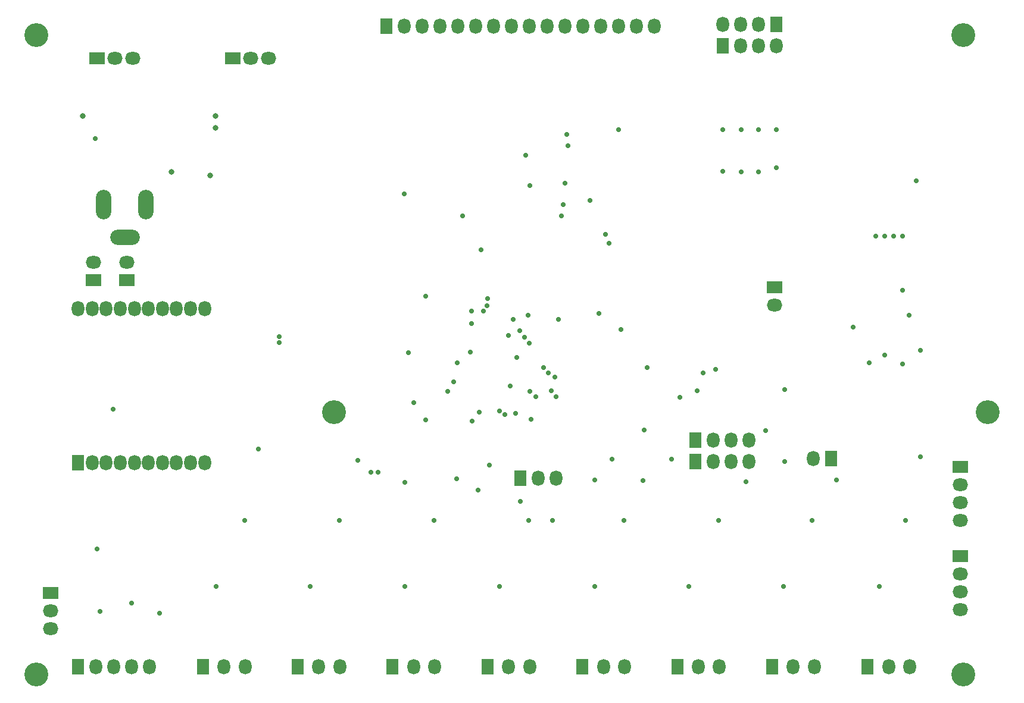
<source format=gbs>
G04*
G04 #@! TF.GenerationSoftware,Altium Limited,CircuitStudio,1.5.2 (30)*
G04*
G04 Layer_Color=16711935*
%FSLAX25Y25*%
%MOIN*%
G70*
G01*
G75*
%ADD78O,0.08661X0.07087*%
%ADD79R,0.08661X0.07087*%
%ADD80O,0.07087X0.08661*%
%ADD81R,0.07087X0.08661*%
%ADD82O,0.08661X0.16535*%
%ADD83O,0.16535X0.08661*%
%ADD84C,0.02756*%
%ADD85C,0.03150*%
%ADD86C,0.13386*%
D78*
X147559Y362992D02*
D03*
X137559D02*
D03*
X61575D02*
D03*
X71575D02*
D03*
X68504Y248583D02*
D03*
X49606D02*
D03*
X535039Y73937D02*
D03*
Y63937D02*
D03*
Y53937D02*
D03*
Y123937D02*
D03*
Y113937D02*
D03*
Y103937D02*
D03*
X25591Y43189D02*
D03*
Y53189D02*
D03*
X431102Y224646D02*
D03*
D79*
X127559Y362992D02*
D03*
X51575D02*
D03*
X68504Y238583D02*
D03*
X49606D02*
D03*
X535039Y83937D02*
D03*
Y133937D02*
D03*
X25591Y63189D02*
D03*
X431102Y234646D02*
D03*
D80*
X111929Y222778D02*
D03*
X104055D02*
D03*
X96181D02*
D03*
X88307D02*
D03*
X80433D02*
D03*
X72559D02*
D03*
X64685D02*
D03*
X56811D02*
D03*
X48937D02*
D03*
X41063D02*
D03*
X111929Y136163D02*
D03*
X104055D02*
D03*
X96181D02*
D03*
X88307D02*
D03*
X80433D02*
D03*
X72559D02*
D03*
X64685D02*
D03*
X56811D02*
D03*
X48937D02*
D03*
X81142Y22047D02*
D03*
X71142D02*
D03*
X61142D02*
D03*
X51142D02*
D03*
X441535Y22047D02*
D03*
X453346D02*
D03*
X494882D02*
D03*
X506693D02*
D03*
X335236D02*
D03*
X347047D02*
D03*
X388386D02*
D03*
X400197D02*
D03*
X228937D02*
D03*
X240748D02*
D03*
X282087D02*
D03*
X293898D02*
D03*
X175787D02*
D03*
X187598D02*
D03*
X122835D02*
D03*
X134646D02*
D03*
X452795Y138779D02*
D03*
X308583Y127559D02*
D03*
X298583D02*
D03*
X396614Y137008D02*
D03*
X406614D02*
D03*
X416614D02*
D03*
X396614Y148819D02*
D03*
X406614D02*
D03*
X416614D02*
D03*
X363779Y381102D02*
D03*
X353780D02*
D03*
X343779D02*
D03*
X333780D02*
D03*
X323780D02*
D03*
X313779D02*
D03*
X303780D02*
D03*
X293779D02*
D03*
X283780D02*
D03*
X273780D02*
D03*
X263779D02*
D03*
X253780D02*
D03*
X243779D02*
D03*
X233780D02*
D03*
X223780D02*
D03*
X411969Y370079D02*
D03*
X421969D02*
D03*
X431968D02*
D03*
X421890Y381890D02*
D03*
X411890D02*
D03*
X401890D02*
D03*
D81*
X41063Y136163D02*
D03*
X41142Y22047D02*
D03*
X429724Y22047D02*
D03*
X483071D02*
D03*
X323425D02*
D03*
X376575D02*
D03*
X217126D02*
D03*
X270276D02*
D03*
X163976D02*
D03*
X111024D02*
D03*
X462795Y138779D02*
D03*
X288583Y127559D02*
D03*
X386614Y137008D02*
D03*
Y148819D02*
D03*
X213779Y381102D02*
D03*
X401968Y370079D02*
D03*
X431890Y381890D02*
D03*
D82*
X79134Y281102D02*
D03*
X55512D02*
D03*
D83*
X67323Y262598D02*
D03*
D84*
X261417Y214173D02*
D03*
X284646Y216535D02*
D03*
X50787Y318110D02*
D03*
X327559Y283465D02*
D03*
X312598Y281102D02*
D03*
X294094Y291732D02*
D03*
X313779Y292913D02*
D03*
X506299Y219094D02*
D03*
X251378Y181693D02*
D03*
X492717Y196653D02*
D03*
X286811Y195472D02*
D03*
X142126Y144095D02*
D03*
X291142Y206693D02*
D03*
X310039Y216535D02*
D03*
X261417Y221260D02*
D03*
X267913D02*
D03*
X293110Y218898D02*
D03*
X153543Y207087D02*
D03*
X288386Y210433D02*
D03*
X281890Y207677D02*
D03*
X475000Y212205D02*
D03*
X229134Y170079D02*
D03*
X502756Y191535D02*
D03*
X261614Y159646D02*
D03*
X264961Y120866D02*
D03*
X223937Y125315D02*
D03*
X252953Y127362D02*
D03*
X330433Y126496D02*
D03*
X489685Y67047D02*
D03*
X436142D02*
D03*
X383189D02*
D03*
X330433D02*
D03*
X277087D02*
D03*
X223937D02*
D03*
X170984D02*
D03*
X118228D02*
D03*
X465551Y126575D02*
D03*
X415059Y125689D02*
D03*
X357283Y126378D02*
D03*
X209055Y131102D02*
D03*
X204921D02*
D03*
X269882Y224213D02*
D03*
X270276Y228346D02*
D03*
X336417Y264370D02*
D03*
X338386Y259449D02*
D03*
X253346Y192323D02*
D03*
X260827Y198228D02*
D03*
X502756Y233071D02*
D03*
X484055Y192323D02*
D03*
X504528Y103937D02*
D03*
X512598Y139567D02*
D03*
X510433Y294291D02*
D03*
X512598Y199409D02*
D03*
X134449Y103937D02*
D03*
X452165D02*
D03*
X399606D02*
D03*
X346850D02*
D03*
X293504D02*
D03*
X240354D02*
D03*
X187402D02*
D03*
X248031Y176378D02*
D03*
X311811Y274606D02*
D03*
X256299D02*
D03*
X71063Y57480D02*
D03*
X53347Y52953D02*
D03*
X153543Y203543D02*
D03*
X60630Y166339D02*
D03*
X235827Y160433D02*
D03*
X197638Y137795D02*
D03*
X86811Y51968D02*
D03*
X294783Y160531D02*
D03*
X286024Y163976D02*
D03*
X235827Y229528D02*
D03*
X266732Y255709D02*
D03*
X225984Y198031D02*
D03*
X315354Y313976D02*
D03*
X314764Y320276D02*
D03*
X358071Y154528D02*
D03*
X51575Y87992D02*
D03*
X265551Y164764D02*
D03*
X280118Y163386D02*
D03*
X294094Y176378D02*
D03*
X297441Y173228D02*
D03*
X301575Y189764D02*
D03*
X283071Y179331D02*
D03*
X332677Y220079D02*
D03*
X304331Y186614D02*
D03*
X307874Y184252D02*
D03*
X305906Y176772D02*
D03*
X308661Y173228D02*
D03*
X359842Y189764D02*
D03*
X398031Y188583D02*
D03*
X390945Y186614D02*
D03*
X387795Y176772D02*
D03*
X377953Y172835D02*
D03*
X436614Y177165D02*
D03*
Y137008D02*
D03*
X425984Y154331D02*
D03*
X340158Y138189D02*
D03*
X373228D02*
D03*
X271260Y135039D02*
D03*
X306693Y103937D02*
D03*
X288583Y114567D02*
D03*
X223622Y287008D02*
D03*
X277165Y165354D02*
D03*
X291732Y308661D02*
D03*
X343701Y322835D02*
D03*
X293701Y203150D02*
D03*
X344882Y211024D02*
D03*
X502756Y263386D02*
D03*
X497756D02*
D03*
X492756D02*
D03*
X487756Y263386D02*
D03*
X422047Y299213D02*
D03*
X431890Y301575D02*
D03*
X412205Y299213D02*
D03*
X401968Y299606D02*
D03*
Y322835D02*
D03*
X412205D02*
D03*
X422047D02*
D03*
X431890D02*
D03*
D85*
X118110Y324016D02*
D03*
X43701Y330709D02*
D03*
X118110D02*
D03*
X114961Y297224D02*
D03*
X93307Y299213D02*
D03*
D86*
X17717Y375984D02*
D03*
Y17717D02*
D03*
X536614D02*
D03*
Y375984D02*
D03*
X550394Y164567D02*
D03*
X184252D02*
D03*
M02*

</source>
